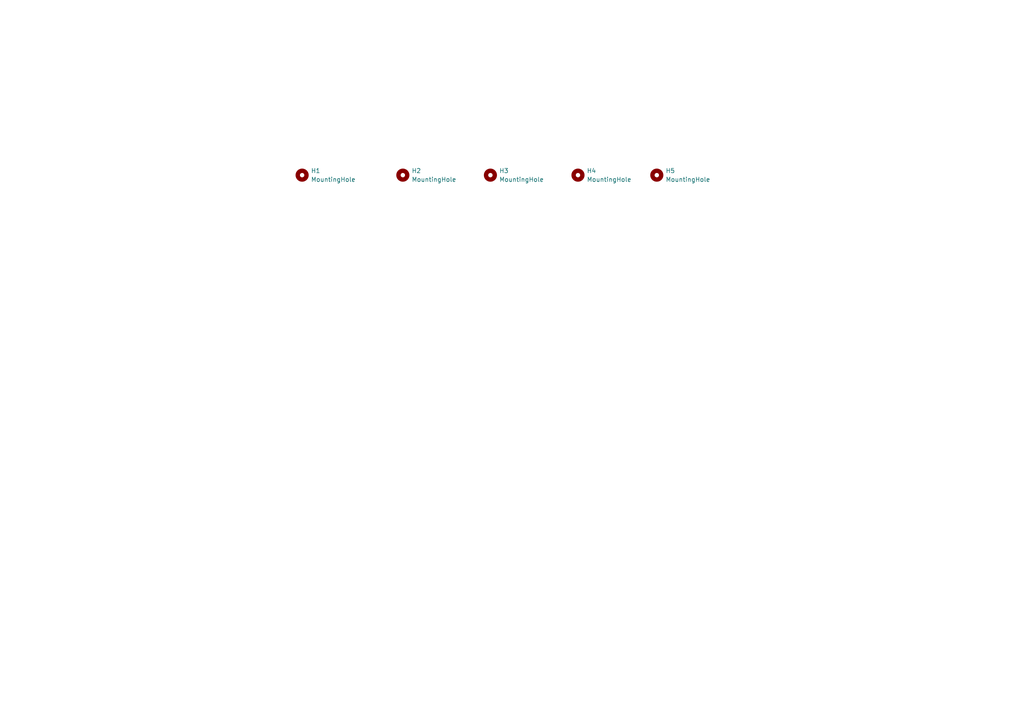
<source format=kicad_sch>
(kicad_sch (version 20231120) (generator "eeschema") (generator_version "8.0")
  (paper "A4")
  (lib_symbols
    (symbol "Mechanical:MountingHole" (pin_names (offset 1.016)) (exclude_from_sim yes) (in_bom no)
      (property "Reference" "H" (at 0 5.08 0))
      (property "Value" "MountingHole" (at 0 3.175 0))
      (symbol "MountingHole_0_1"
        (circle (center 0 0) (radius 1.27) (stroke (width 1.27)))
      )
    )
  )
  (symbol (lib_id "Mechanical:MountingHole") (at 167.64 50.8 0) (unit 1) (exclude_from_sim yes) (in_bom no)
    (property "Reference" "H4" (at 170.18 49.5299 0) (effects (justify left)))
    (property "Value" "MountingHole" (at 170.18 52.0699 0) (effects (justify left)))
    (property "Footprint" "MountingHole:MountingHole_3mm" (effects (hide yes)))
    (property "Description" "Mounting Hole without connection" (effects (hide yes)))
  )
  (symbol (lib_id "Mechanical:MountingHole") (at 190.5 50.8 0) (unit 1) (exclude_from_sim yes) (in_bom no)
    (property "Reference" "H5" (at 193.04 49.5299 0) (effects (justify left)))
    (property "Value" "MountingHole" (at 193.04 52.0699 0) (effects (justify left)))
    (property "Footprint" "MountingHole:MountingHole_3mm" (effects (hide yes)))
    (property "Description" "Mounting Hole without connection" (effects (hide yes)))
  )
  (symbol (lib_id "Mechanical:MountingHole") (at 142.24 50.8 0) (unit 1) (exclude_from_sim yes) (in_bom no)
    (property "Reference" "H3" (at 144.78 49.5299 0) (effects (justify left)))
    (property "Value" "MountingHole" (at 144.78 52.0699 0) (effects (justify left)))
    (property "Footprint" "MountingHole:MountingHole_3mm" (effects (hide yes)))
    (property "Description" "Mounting Hole without connection" (effects (hide yes)))
  )
  (symbol (lib_id "Mechanical:MountingHole") (at 116.84 50.8 0) (unit 1) (exclude_from_sim yes) (in_bom no)
    (property "Reference" "H2" (at 119.38 49.5299 0) (effects (justify left)))
    (property "Value" "MountingHole" (at 119.38 52.0699 0) (effects (justify left)))
    (property "Footprint" "MountingHole:MountingHole_3mm" (effects (hide yes)))
    (property "Description" "Mounting Hole without connection" (effects (hide yes)))
  )
  (symbol (lib_id "Mechanical:MountingHole") (at 87.63 50.8 0) (unit 1) (exclude_from_sim yes) (in_bom no)
    (property "Reference" "H1" (at 90.17 49.5299 0) (effects (justify left)))
    (property "Value" "MountingHole" (at 90.17 52.0699 0) (effects (justify left)))
    (property "Footprint" "MountingHole:MountingHole_3mm" (effects (hide yes)))
    (property "Description" "Mounting Hole without connection" (effects (hide yes)))
  )
)
</source>
